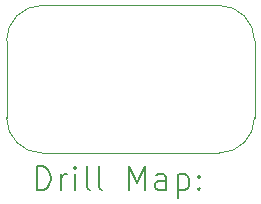
<source format=gbr>
%TF.GenerationSoftware,KiCad,Pcbnew,8.0.4*%
%TF.CreationDate,2024-08-19T00:10:11-07:00*%
%TF.ProjectId,LED2,4c454432-2e6b-4696-9361-645f70636258,rev?*%
%TF.SameCoordinates,Original*%
%TF.FileFunction,Drillmap*%
%TF.FilePolarity,Positive*%
%FSLAX45Y45*%
G04 Gerber Fmt 4.5, Leading zero omitted, Abs format (unit mm)*
G04 Created by KiCad (PCBNEW 8.0.4) date 2024-08-19 00:10:11*
%MOMM*%
%LPD*%
G01*
G04 APERTURE LIST*
%ADD10C,0.050000*%
%ADD11C,0.200000*%
G04 APERTURE END LIST*
D10*
X16006000Y-9281000D02*
G75*
G02*
X16306000Y-9581000I0J-300000D01*
G01*
X16006000Y-10531000D02*
X14506000Y-10531000D01*
X16306000Y-9581000D02*
X16306000Y-10231000D01*
X14206000Y-9581000D02*
G75*
G02*
X14506000Y-9281000I300000J0D01*
G01*
X14206000Y-10231000D02*
X14206000Y-9581000D01*
X14506000Y-10531000D02*
G75*
G02*
X14206000Y-10231000I0J300000D01*
G01*
X14506000Y-9281000D02*
X16006000Y-9281000D01*
X16306000Y-10231000D02*
G75*
G02*
X16006000Y-10531000I-300000J0D01*
G01*
D11*
X14464277Y-10844984D02*
X14464277Y-10644984D01*
X14464277Y-10644984D02*
X14511896Y-10644984D01*
X14511896Y-10644984D02*
X14540467Y-10654508D01*
X14540467Y-10654508D02*
X14559515Y-10673555D01*
X14559515Y-10673555D02*
X14569039Y-10692603D01*
X14569039Y-10692603D02*
X14578562Y-10730698D01*
X14578562Y-10730698D02*
X14578562Y-10759270D01*
X14578562Y-10759270D02*
X14569039Y-10797365D01*
X14569039Y-10797365D02*
X14559515Y-10816412D01*
X14559515Y-10816412D02*
X14540467Y-10835460D01*
X14540467Y-10835460D02*
X14511896Y-10844984D01*
X14511896Y-10844984D02*
X14464277Y-10844984D01*
X14664277Y-10844984D02*
X14664277Y-10711650D01*
X14664277Y-10749746D02*
X14673801Y-10730698D01*
X14673801Y-10730698D02*
X14683324Y-10721174D01*
X14683324Y-10721174D02*
X14702372Y-10711650D01*
X14702372Y-10711650D02*
X14721420Y-10711650D01*
X14788086Y-10844984D02*
X14788086Y-10711650D01*
X14788086Y-10644984D02*
X14778562Y-10654508D01*
X14778562Y-10654508D02*
X14788086Y-10664031D01*
X14788086Y-10664031D02*
X14797610Y-10654508D01*
X14797610Y-10654508D02*
X14788086Y-10644984D01*
X14788086Y-10644984D02*
X14788086Y-10664031D01*
X14911896Y-10844984D02*
X14892848Y-10835460D01*
X14892848Y-10835460D02*
X14883324Y-10816412D01*
X14883324Y-10816412D02*
X14883324Y-10644984D01*
X15016658Y-10844984D02*
X14997610Y-10835460D01*
X14997610Y-10835460D02*
X14988086Y-10816412D01*
X14988086Y-10816412D02*
X14988086Y-10644984D01*
X15245229Y-10844984D02*
X15245229Y-10644984D01*
X15245229Y-10644984D02*
X15311896Y-10787841D01*
X15311896Y-10787841D02*
X15378562Y-10644984D01*
X15378562Y-10644984D02*
X15378562Y-10844984D01*
X15559515Y-10844984D02*
X15559515Y-10740222D01*
X15559515Y-10740222D02*
X15549991Y-10721174D01*
X15549991Y-10721174D02*
X15530943Y-10711650D01*
X15530943Y-10711650D02*
X15492848Y-10711650D01*
X15492848Y-10711650D02*
X15473801Y-10721174D01*
X15559515Y-10835460D02*
X15540467Y-10844984D01*
X15540467Y-10844984D02*
X15492848Y-10844984D01*
X15492848Y-10844984D02*
X15473801Y-10835460D01*
X15473801Y-10835460D02*
X15464277Y-10816412D01*
X15464277Y-10816412D02*
X15464277Y-10797365D01*
X15464277Y-10797365D02*
X15473801Y-10778317D01*
X15473801Y-10778317D02*
X15492848Y-10768793D01*
X15492848Y-10768793D02*
X15540467Y-10768793D01*
X15540467Y-10768793D02*
X15559515Y-10759270D01*
X15654753Y-10711650D02*
X15654753Y-10911650D01*
X15654753Y-10721174D02*
X15673801Y-10711650D01*
X15673801Y-10711650D02*
X15711896Y-10711650D01*
X15711896Y-10711650D02*
X15730943Y-10721174D01*
X15730943Y-10721174D02*
X15740467Y-10730698D01*
X15740467Y-10730698D02*
X15749991Y-10749746D01*
X15749991Y-10749746D02*
X15749991Y-10806889D01*
X15749991Y-10806889D02*
X15740467Y-10825936D01*
X15740467Y-10825936D02*
X15730943Y-10835460D01*
X15730943Y-10835460D02*
X15711896Y-10844984D01*
X15711896Y-10844984D02*
X15673801Y-10844984D01*
X15673801Y-10844984D02*
X15654753Y-10835460D01*
X15835705Y-10825936D02*
X15845229Y-10835460D01*
X15845229Y-10835460D02*
X15835705Y-10844984D01*
X15835705Y-10844984D02*
X15826182Y-10835460D01*
X15826182Y-10835460D02*
X15835705Y-10825936D01*
X15835705Y-10825936D02*
X15835705Y-10844984D01*
X15835705Y-10721174D02*
X15845229Y-10730698D01*
X15845229Y-10730698D02*
X15835705Y-10740222D01*
X15835705Y-10740222D02*
X15826182Y-10730698D01*
X15826182Y-10730698D02*
X15835705Y-10721174D01*
X15835705Y-10721174D02*
X15835705Y-10740222D01*
M02*

</source>
